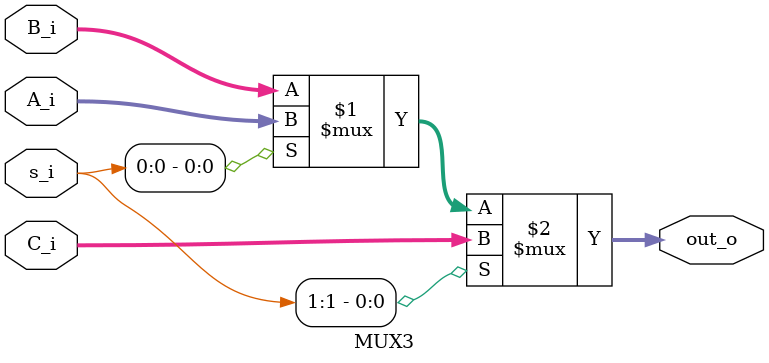
<source format=sv>
module MUX3 #(
    parameter INPUT_WIDTH = 32
)(
    input wire [INPUT_WIDTH - 1:0]      A_i,
    input wire [INPUT_WIDTH - 1:0]      B_i,
    input wire [INPUT_WIDTH - 1:0]      C_i,
    input wire [1:0]                    s_i,
    output logic [INPUT_WIDTH-1:0]      out_o
);

    assign out_o = s_i[1] ? C_i:(s_i[0] ? A_i:B_i); 

endmodule
</source>
